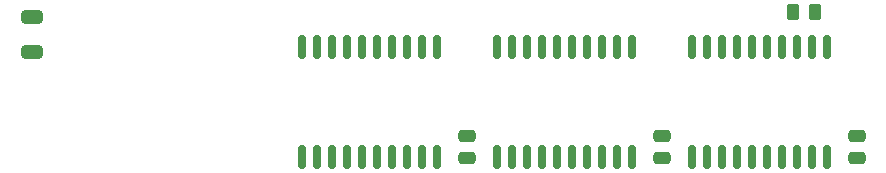
<source format=gtp>
G04 #@! TF.GenerationSoftware,KiCad,Pcbnew,6.0.5*
G04 #@! TF.CreationDate,2022-05-12T16:14:40+02:00*
G04 #@! TF.ProjectId,active3-rpi-hub75-adapter,61637469-7665-4332-9d72-70692d687562,rev?*
G04 #@! TF.SameCoordinates,Original*
G04 #@! TF.FileFunction,Paste,Top*
G04 #@! TF.FilePolarity,Positive*
%FSLAX46Y46*%
G04 Gerber Fmt 4.6, Leading zero omitted, Abs format (unit mm)*
G04 Created by KiCad (PCBNEW 6.0.5) date 2022-05-12 16:14:40*
%MOMM*%
%LPD*%
G01*
G04 APERTURE LIST*
G04 Aperture macros list*
%AMRoundRect*
0 Rectangle with rounded corners*
0 $1 Rounding radius*
0 $2 $3 $4 $5 $6 $7 $8 $9 X,Y pos of 4 corners*
0 Add a 4 corners polygon primitive as box body*
4,1,4,$2,$3,$4,$5,$6,$7,$8,$9,$2,$3,0*
0 Add four circle primitives for the rounded corners*
1,1,$1+$1,$2,$3*
1,1,$1+$1,$4,$5*
1,1,$1+$1,$6,$7*
1,1,$1+$1,$8,$9*
0 Add four rect primitives between the rounded corners*
20,1,$1+$1,$2,$3,$4,$5,0*
20,1,$1+$1,$4,$5,$6,$7,0*
20,1,$1+$1,$6,$7,$8,$9,0*
20,1,$1+$1,$8,$9,$2,$3,0*%
G04 Aperture macros list end*
%ADD10RoundRect,0.250000X0.475000X-0.250000X0.475000X0.250000X-0.475000X0.250000X-0.475000X-0.250000X0*%
%ADD11RoundRect,0.250000X-0.262500X-0.450000X0.262500X-0.450000X0.262500X0.450000X-0.262500X0.450000X0*%
%ADD12RoundRect,0.250000X0.650000X-0.325000X0.650000X0.325000X-0.650000X0.325000X-0.650000X-0.325000X0*%
%ADD13RoundRect,0.150000X-0.150000X0.875000X-0.150000X-0.875000X0.150000X-0.875000X0.150000X0.875000X0*%
G04 APERTURE END LIST*
D10*
X128905000Y-59370000D03*
X128905000Y-57470000D03*
X145415000Y-59370000D03*
X145415000Y-57470000D03*
X161925000Y-59370000D03*
X161925000Y-57470000D03*
D11*
X156567500Y-46990000D03*
X158392500Y-46990000D03*
D12*
X92080000Y-50370000D03*
X92080000Y-47420000D03*
D13*
X126365000Y-49960000D03*
X125095000Y-49960000D03*
X123825000Y-49960000D03*
X122555000Y-49960000D03*
X121285000Y-49960000D03*
X120015000Y-49960000D03*
X118745000Y-49960000D03*
X117475000Y-49960000D03*
X116205000Y-49960000D03*
X114935000Y-49960000D03*
X114935000Y-59260000D03*
X116205000Y-59260000D03*
X117475000Y-59260000D03*
X118745000Y-59260000D03*
X120015000Y-59260000D03*
X121285000Y-59260000D03*
X122555000Y-59260000D03*
X123825000Y-59260000D03*
X125095000Y-59260000D03*
X126365000Y-59260000D03*
X142875000Y-49960000D03*
X141605000Y-49960000D03*
X140335000Y-49960000D03*
X139065000Y-49960000D03*
X137795000Y-49960000D03*
X136525000Y-49960000D03*
X135255000Y-49960000D03*
X133985000Y-49960000D03*
X132715000Y-49960000D03*
X131445000Y-49960000D03*
X131445000Y-59260000D03*
X132715000Y-59260000D03*
X133985000Y-59260000D03*
X135255000Y-59260000D03*
X136525000Y-59260000D03*
X137795000Y-59260000D03*
X139065000Y-59260000D03*
X140335000Y-59260000D03*
X141605000Y-59260000D03*
X142875000Y-59260000D03*
X159385000Y-49960000D03*
X158115000Y-49960000D03*
X156845000Y-49960000D03*
X155575000Y-49960000D03*
X154305000Y-49960000D03*
X153035000Y-49960000D03*
X151765000Y-49960000D03*
X150495000Y-49960000D03*
X149225000Y-49960000D03*
X147955000Y-49960000D03*
X147955000Y-59260000D03*
X149225000Y-59260000D03*
X150495000Y-59260000D03*
X151765000Y-59260000D03*
X153035000Y-59260000D03*
X154305000Y-59260000D03*
X155575000Y-59260000D03*
X156845000Y-59260000D03*
X158115000Y-59260000D03*
X159385000Y-59260000D03*
M02*

</source>
